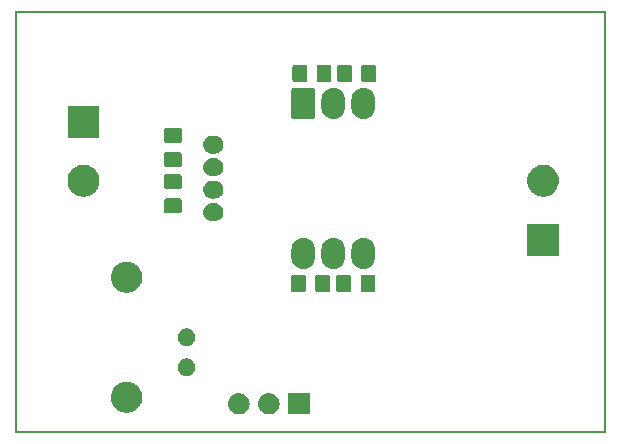
<source format=gbr>
G04 #@! TF.GenerationSoftware,KiCad,Pcbnew,(5.0.2)-1*
G04 #@! TF.CreationDate,2019-03-26T15:17:44-05:00*
G04 #@! TF.ProjectId,currentsense,63757272-656e-4747-9365-6e73652e6b69,rev?*
G04 #@! TF.SameCoordinates,Original*
G04 #@! TF.FileFunction,Soldermask,Top*
G04 #@! TF.FilePolarity,Negative*
%FSLAX46Y46*%
G04 Gerber Fmt 4.6, Leading zero omitted, Abs format (unit mm)*
G04 Created by KiCad (PCBNEW (5.0.2)-1) date 3/26/2019 3:17:44 PM*
%MOMM*%
%LPD*%
G01*
G04 APERTURE LIST*
%ADD10C,0.200000*%
%ADD11C,0.100000*%
G04 APERTURE END LIST*
D10*
X158470600Y-57480200D02*
X108597700Y-57480200D01*
X158483300Y-93091000D02*
X158483300Y-57467500D01*
X108597700Y-93091000D02*
X158483300Y-93091000D01*
X108597700Y-57467500D02*
X108597700Y-93091000D01*
D11*
G36*
X127580343Y-89783519D02*
X127646527Y-89790037D01*
X127759753Y-89824384D01*
X127816367Y-89841557D01*
X127954987Y-89915652D01*
X127972891Y-89925222D01*
X128008629Y-89954552D01*
X128110086Y-90037814D01*
X128193348Y-90139271D01*
X128222678Y-90175009D01*
X128222679Y-90175011D01*
X128306343Y-90331533D01*
X128306343Y-90331534D01*
X128357863Y-90501373D01*
X128375259Y-90678000D01*
X128357863Y-90854627D01*
X128323516Y-90967853D01*
X128306343Y-91024467D01*
X128234975Y-91157986D01*
X128222678Y-91180991D01*
X128193348Y-91216729D01*
X128110086Y-91318186D01*
X128008629Y-91401448D01*
X127972891Y-91430778D01*
X127972889Y-91430779D01*
X127816367Y-91514443D01*
X127759753Y-91531616D01*
X127646527Y-91565963D01*
X127580343Y-91572481D01*
X127514160Y-91579000D01*
X127425640Y-91579000D01*
X127359457Y-91572481D01*
X127293273Y-91565963D01*
X127180047Y-91531616D01*
X127123433Y-91514443D01*
X126966911Y-91430779D01*
X126966909Y-91430778D01*
X126931171Y-91401448D01*
X126829714Y-91318186D01*
X126746452Y-91216729D01*
X126717122Y-91180991D01*
X126704825Y-91157986D01*
X126633457Y-91024467D01*
X126616284Y-90967853D01*
X126581937Y-90854627D01*
X126564541Y-90678000D01*
X126581937Y-90501373D01*
X126633457Y-90331534D01*
X126633457Y-90331533D01*
X126717121Y-90175011D01*
X126717122Y-90175009D01*
X126746452Y-90139271D01*
X126829714Y-90037814D01*
X126931171Y-89954552D01*
X126966909Y-89925222D01*
X126984813Y-89915652D01*
X127123433Y-89841557D01*
X127180047Y-89824384D01*
X127293273Y-89790037D01*
X127359457Y-89783519D01*
X127425640Y-89777000D01*
X127514160Y-89777000D01*
X127580343Y-89783519D01*
X127580343Y-89783519D01*
G37*
G36*
X130120343Y-89783519D02*
X130186527Y-89790037D01*
X130299753Y-89824384D01*
X130356367Y-89841557D01*
X130494987Y-89915652D01*
X130512891Y-89925222D01*
X130548629Y-89954552D01*
X130650086Y-90037814D01*
X130733348Y-90139271D01*
X130762678Y-90175009D01*
X130762679Y-90175011D01*
X130846343Y-90331533D01*
X130846343Y-90331534D01*
X130897863Y-90501373D01*
X130915259Y-90678000D01*
X130897863Y-90854627D01*
X130863516Y-90967853D01*
X130846343Y-91024467D01*
X130774975Y-91157986D01*
X130762678Y-91180991D01*
X130733348Y-91216729D01*
X130650086Y-91318186D01*
X130548629Y-91401448D01*
X130512891Y-91430778D01*
X130512889Y-91430779D01*
X130356367Y-91514443D01*
X130299753Y-91531616D01*
X130186527Y-91565963D01*
X130120343Y-91572481D01*
X130054160Y-91579000D01*
X129965640Y-91579000D01*
X129899457Y-91572481D01*
X129833273Y-91565963D01*
X129720047Y-91531616D01*
X129663433Y-91514443D01*
X129506911Y-91430779D01*
X129506909Y-91430778D01*
X129471171Y-91401448D01*
X129369714Y-91318186D01*
X129286452Y-91216729D01*
X129257122Y-91180991D01*
X129244825Y-91157986D01*
X129173457Y-91024467D01*
X129156284Y-90967853D01*
X129121937Y-90854627D01*
X129104541Y-90678000D01*
X129121937Y-90501373D01*
X129173457Y-90331534D01*
X129173457Y-90331533D01*
X129257121Y-90175011D01*
X129257122Y-90175009D01*
X129286452Y-90139271D01*
X129369714Y-90037814D01*
X129471171Y-89954552D01*
X129506909Y-89925222D01*
X129524813Y-89915652D01*
X129663433Y-89841557D01*
X129720047Y-89824384D01*
X129833273Y-89790037D01*
X129899457Y-89783519D01*
X129965640Y-89777000D01*
X130054160Y-89777000D01*
X130120343Y-89783519D01*
X130120343Y-89783519D01*
G37*
G36*
X133450900Y-91579000D02*
X131648900Y-91579000D01*
X131648900Y-89777000D01*
X133450900Y-89777000D01*
X133450900Y-91579000D01*
X133450900Y-91579000D01*
G37*
G36*
X118257850Y-88844743D02*
X118342922Y-88861665D01*
X118413335Y-88890831D01*
X118583328Y-88961244D01*
X118799692Y-89105814D01*
X118983686Y-89289808D01*
X119128256Y-89506172D01*
X119227835Y-89746579D01*
X119278600Y-90001791D01*
X119278600Y-90262009D01*
X119244757Y-90432150D01*
X119230988Y-90501373D01*
X119227835Y-90517221D01*
X119128256Y-90757628D01*
X118983686Y-90973992D01*
X118799692Y-91157986D01*
X118583328Y-91302556D01*
X118413335Y-91372969D01*
X118342922Y-91402135D01*
X118257850Y-91419057D01*
X118087709Y-91452900D01*
X117827491Y-91452900D01*
X117657350Y-91419057D01*
X117572278Y-91402135D01*
X117501865Y-91372969D01*
X117331872Y-91302556D01*
X117115508Y-91157986D01*
X116931514Y-90973992D01*
X116786944Y-90757628D01*
X116687365Y-90517221D01*
X116684213Y-90501373D01*
X116670443Y-90432150D01*
X116636600Y-90262009D01*
X116636600Y-90001791D01*
X116687365Y-89746579D01*
X116786944Y-89506172D01*
X116931514Y-89289808D01*
X117115508Y-89105814D01*
X117331872Y-88961244D01*
X117501865Y-88890831D01*
X117572278Y-88861665D01*
X117657350Y-88844743D01*
X117827491Y-88810900D01*
X118087709Y-88810900D01*
X118257850Y-88844743D01*
X118257850Y-88844743D01*
G37*
G36*
X123256221Y-86871202D02*
X123392622Y-86927701D01*
X123515379Y-87009725D01*
X123619775Y-87114121D01*
X123701799Y-87236878D01*
X123758298Y-87373279D01*
X123787100Y-87518081D01*
X123787100Y-87665719D01*
X123758298Y-87810521D01*
X123701799Y-87946922D01*
X123619775Y-88069679D01*
X123515379Y-88174075D01*
X123392622Y-88256099D01*
X123256221Y-88312598D01*
X123111419Y-88341400D01*
X122963781Y-88341400D01*
X122818979Y-88312598D01*
X122682578Y-88256099D01*
X122559821Y-88174075D01*
X122455425Y-88069679D01*
X122373401Y-87946922D01*
X122316902Y-87810521D01*
X122288100Y-87665719D01*
X122288100Y-87518081D01*
X122316902Y-87373279D01*
X122373401Y-87236878D01*
X122455425Y-87114121D01*
X122559821Y-87009725D01*
X122682578Y-86927701D01*
X122818979Y-86871202D01*
X122963781Y-86842400D01*
X123111419Y-86842400D01*
X123256221Y-86871202D01*
X123256221Y-86871202D01*
G37*
G36*
X123256221Y-84331202D02*
X123392622Y-84387701D01*
X123515379Y-84469725D01*
X123619775Y-84574121D01*
X123701799Y-84696878D01*
X123758298Y-84833279D01*
X123787100Y-84978081D01*
X123787100Y-85125719D01*
X123758298Y-85270521D01*
X123701799Y-85406922D01*
X123619775Y-85529679D01*
X123515379Y-85634075D01*
X123392622Y-85716099D01*
X123256221Y-85772598D01*
X123111419Y-85801400D01*
X122963781Y-85801400D01*
X122818979Y-85772598D01*
X122682578Y-85716099D01*
X122559821Y-85634075D01*
X122455425Y-85529679D01*
X122373401Y-85406922D01*
X122316902Y-85270521D01*
X122288100Y-85125719D01*
X122288100Y-84978081D01*
X122316902Y-84833279D01*
X122373401Y-84696878D01*
X122455425Y-84574121D01*
X122559821Y-84469725D01*
X122682578Y-84387701D01*
X122818979Y-84331202D01*
X122963781Y-84302400D01*
X123111419Y-84302400D01*
X123256221Y-84331202D01*
X123256221Y-84331202D01*
G37*
G36*
X118257850Y-78684743D02*
X118342922Y-78701665D01*
X118413335Y-78730831D01*
X118583328Y-78801244D01*
X118799692Y-78945814D01*
X118983686Y-79129808D01*
X119128256Y-79346172D01*
X119227835Y-79586579D01*
X119278600Y-79841791D01*
X119278600Y-80102009D01*
X119227835Y-80357221D01*
X119128256Y-80597628D01*
X118983686Y-80813992D01*
X118799692Y-80997986D01*
X118583328Y-81142556D01*
X118422593Y-81209134D01*
X118342922Y-81242135D01*
X118257850Y-81259057D01*
X118087709Y-81292900D01*
X117827491Y-81292900D01*
X117657350Y-81259057D01*
X117572278Y-81242135D01*
X117492607Y-81209134D01*
X117331872Y-81142556D01*
X117115508Y-80997986D01*
X116931514Y-80813992D01*
X116786944Y-80597628D01*
X116687365Y-80357221D01*
X116636600Y-80102009D01*
X116636600Y-79841791D01*
X116687365Y-79586579D01*
X116786944Y-79346172D01*
X116931514Y-79129808D01*
X117115508Y-78945814D01*
X117331872Y-78801244D01*
X117501865Y-78730831D01*
X117572278Y-78701665D01*
X117657350Y-78684743D01*
X117827491Y-78650900D01*
X118087709Y-78650900D01*
X118257850Y-78684743D01*
X118257850Y-78684743D01*
G37*
G36*
X132970177Y-79746065D02*
X133007864Y-79757498D01*
X133042603Y-79776066D01*
X133073048Y-79801052D01*
X133098034Y-79831497D01*
X133116602Y-79866236D01*
X133128035Y-79903923D01*
X133132500Y-79949261D01*
X133132500Y-81035939D01*
X133128035Y-81081277D01*
X133116602Y-81118964D01*
X133098034Y-81153703D01*
X133073048Y-81184148D01*
X133042603Y-81209134D01*
X133007864Y-81227702D01*
X132970177Y-81239135D01*
X132924839Y-81243600D01*
X132088161Y-81243600D01*
X132042823Y-81239135D01*
X132005136Y-81227702D01*
X131970397Y-81209134D01*
X131939952Y-81184148D01*
X131914966Y-81153703D01*
X131896398Y-81118964D01*
X131884965Y-81081277D01*
X131880500Y-81035939D01*
X131880500Y-79949261D01*
X131884965Y-79903923D01*
X131896398Y-79866236D01*
X131914966Y-79831497D01*
X131939952Y-79801052D01*
X131970397Y-79776066D01*
X132005136Y-79757498D01*
X132042823Y-79746065D01*
X132088161Y-79741600D01*
X132924839Y-79741600D01*
X132970177Y-79746065D01*
X132970177Y-79746065D01*
G37*
G36*
X138860877Y-79746065D02*
X138898564Y-79757498D01*
X138933303Y-79776066D01*
X138963748Y-79801052D01*
X138988734Y-79831497D01*
X139007302Y-79866236D01*
X139018735Y-79903923D01*
X139023200Y-79949261D01*
X139023200Y-81035939D01*
X139018735Y-81081277D01*
X139007302Y-81118964D01*
X138988734Y-81153703D01*
X138963748Y-81184148D01*
X138933303Y-81209134D01*
X138898564Y-81227702D01*
X138860877Y-81239135D01*
X138815539Y-81243600D01*
X137978861Y-81243600D01*
X137933523Y-81239135D01*
X137895836Y-81227702D01*
X137861097Y-81209134D01*
X137830652Y-81184148D01*
X137805666Y-81153703D01*
X137787098Y-81118964D01*
X137775665Y-81081277D01*
X137771200Y-81035939D01*
X137771200Y-79949261D01*
X137775665Y-79903923D01*
X137787098Y-79866236D01*
X137805666Y-79831497D01*
X137830652Y-79801052D01*
X137861097Y-79776066D01*
X137895836Y-79757498D01*
X137933523Y-79746065D01*
X137978861Y-79741600D01*
X138815539Y-79741600D01*
X138860877Y-79746065D01*
X138860877Y-79746065D01*
G37*
G36*
X135020177Y-79746065D02*
X135057864Y-79757498D01*
X135092603Y-79776066D01*
X135123048Y-79801052D01*
X135148034Y-79831497D01*
X135166602Y-79866236D01*
X135178035Y-79903923D01*
X135182500Y-79949261D01*
X135182500Y-81035939D01*
X135178035Y-81081277D01*
X135166602Y-81118964D01*
X135148034Y-81153703D01*
X135123048Y-81184148D01*
X135092603Y-81209134D01*
X135057864Y-81227702D01*
X135020177Y-81239135D01*
X134974839Y-81243600D01*
X134138161Y-81243600D01*
X134092823Y-81239135D01*
X134055136Y-81227702D01*
X134020397Y-81209134D01*
X133989952Y-81184148D01*
X133964966Y-81153703D01*
X133946398Y-81118964D01*
X133934965Y-81081277D01*
X133930500Y-81035939D01*
X133930500Y-79949261D01*
X133934965Y-79903923D01*
X133946398Y-79866236D01*
X133964966Y-79831497D01*
X133989952Y-79801052D01*
X134020397Y-79776066D01*
X134055136Y-79757498D01*
X134092823Y-79746065D01*
X134138161Y-79741600D01*
X134974839Y-79741600D01*
X135020177Y-79746065D01*
X135020177Y-79746065D01*
G37*
G36*
X136810877Y-79746065D02*
X136848564Y-79757498D01*
X136883303Y-79776066D01*
X136913748Y-79801052D01*
X136938734Y-79831497D01*
X136957302Y-79866236D01*
X136968735Y-79903923D01*
X136973200Y-79949261D01*
X136973200Y-81035939D01*
X136968735Y-81081277D01*
X136957302Y-81118964D01*
X136938734Y-81153703D01*
X136913748Y-81184148D01*
X136883303Y-81209134D01*
X136848564Y-81227702D01*
X136810877Y-81239135D01*
X136765539Y-81243600D01*
X135928861Y-81243600D01*
X135883523Y-81239135D01*
X135845836Y-81227702D01*
X135811097Y-81209134D01*
X135780652Y-81184148D01*
X135755666Y-81153703D01*
X135737098Y-81118964D01*
X135725665Y-81081277D01*
X135721200Y-81035939D01*
X135721200Y-79949261D01*
X135725665Y-79903923D01*
X135737098Y-79866236D01*
X135755666Y-79831497D01*
X135780652Y-79801052D01*
X135811097Y-79776066D01*
X135845836Y-79757498D01*
X135883523Y-79746065D01*
X135928861Y-79741600D01*
X136765539Y-79741600D01*
X136810877Y-79746065D01*
X136810877Y-79746065D01*
G37*
G36*
X133114431Y-76666083D02*
X133303118Y-76723321D01*
X133477017Y-76816271D01*
X133629439Y-76941361D01*
X133754529Y-77093783D01*
X133847479Y-77267681D01*
X133904717Y-77456368D01*
X133919200Y-77603424D01*
X133919200Y-78301775D01*
X133904717Y-78448831D01*
X133847479Y-78637518D01*
X133754529Y-78811417D01*
X133629439Y-78963839D01*
X133477017Y-79088929D01*
X133303119Y-79181879D01*
X133114432Y-79239117D01*
X132918200Y-79258443D01*
X132721969Y-79239117D01*
X132533282Y-79181879D01*
X132359384Y-79088929D01*
X132206962Y-78963839D01*
X132081872Y-78811417D01*
X131988922Y-78637519D01*
X131931683Y-78448832D01*
X131917200Y-78301776D01*
X131917200Y-77603425D01*
X131931683Y-77456369D01*
X131988921Y-77267682D01*
X132081871Y-77093783D01*
X132206961Y-76941361D01*
X132359383Y-76816271D01*
X132533281Y-76723321D01*
X132721968Y-76666083D01*
X132918200Y-76646757D01*
X133114431Y-76666083D01*
X133114431Y-76666083D01*
G37*
G36*
X138194431Y-76666083D02*
X138383118Y-76723321D01*
X138557017Y-76816271D01*
X138709439Y-76941361D01*
X138834529Y-77093783D01*
X138927479Y-77267681D01*
X138984717Y-77456368D01*
X138999200Y-77603424D01*
X138999200Y-78301775D01*
X138984717Y-78448831D01*
X138927479Y-78637518D01*
X138834529Y-78811417D01*
X138709439Y-78963839D01*
X138557017Y-79088929D01*
X138383119Y-79181879D01*
X138194432Y-79239117D01*
X137998200Y-79258443D01*
X137801969Y-79239117D01*
X137613282Y-79181879D01*
X137439384Y-79088929D01*
X137286962Y-78963839D01*
X137161872Y-78811417D01*
X137068922Y-78637519D01*
X137011683Y-78448832D01*
X136997200Y-78301776D01*
X136997200Y-77603425D01*
X137011683Y-77456369D01*
X137068921Y-77267682D01*
X137161871Y-77093783D01*
X137286961Y-76941361D01*
X137439383Y-76816271D01*
X137613281Y-76723321D01*
X137801968Y-76666083D01*
X137998200Y-76646757D01*
X138194431Y-76666083D01*
X138194431Y-76666083D01*
G37*
G36*
X135654431Y-76666083D02*
X135843118Y-76723321D01*
X136017017Y-76816271D01*
X136169439Y-76941361D01*
X136294529Y-77093783D01*
X136387479Y-77267681D01*
X136444717Y-77456368D01*
X136459200Y-77603424D01*
X136459200Y-78301775D01*
X136444717Y-78448831D01*
X136387479Y-78637518D01*
X136294529Y-78811417D01*
X136169439Y-78963839D01*
X136017017Y-79088929D01*
X135843119Y-79181879D01*
X135654432Y-79239117D01*
X135458200Y-79258443D01*
X135261969Y-79239117D01*
X135073282Y-79181879D01*
X134899384Y-79088929D01*
X134746962Y-78963839D01*
X134621872Y-78811417D01*
X134528922Y-78637519D01*
X134471683Y-78448832D01*
X134457200Y-78301776D01*
X134457200Y-77603425D01*
X134471683Y-77456369D01*
X134528921Y-77267682D01*
X134621871Y-77093783D01*
X134746961Y-76941361D01*
X134899383Y-76816271D01*
X135073281Y-76723321D01*
X135261968Y-76666083D01*
X135458200Y-76646757D01*
X135654431Y-76666083D01*
X135654431Y-76666083D01*
G37*
G36*
X154576500Y-78147900D02*
X151874500Y-78147900D01*
X151874500Y-75445900D01*
X154576500Y-75445900D01*
X154576500Y-78147900D01*
X154576500Y-78147900D01*
G37*
G36*
X125471865Y-73712722D02*
X125545422Y-73719967D01*
X125686986Y-73762910D01*
X125817452Y-73832646D01*
X125931806Y-73926494D01*
X126025654Y-74040848D01*
X126095390Y-74171314D01*
X126138333Y-74312878D01*
X126152833Y-74460100D01*
X126138333Y-74607322D01*
X126095390Y-74748886D01*
X126025654Y-74879352D01*
X125931806Y-74993706D01*
X125817452Y-75087554D01*
X125686986Y-75157290D01*
X125545422Y-75200233D01*
X125471865Y-75207478D01*
X125435088Y-75211100D01*
X125161312Y-75211100D01*
X125124535Y-75207478D01*
X125050978Y-75200233D01*
X124909414Y-75157290D01*
X124778948Y-75087554D01*
X124664594Y-74993706D01*
X124570746Y-74879352D01*
X124501010Y-74748886D01*
X124458067Y-74607322D01*
X124443567Y-74460100D01*
X124458067Y-74312878D01*
X124501010Y-74171314D01*
X124570746Y-74040848D01*
X124664594Y-73926494D01*
X124778948Y-73832646D01*
X124909414Y-73762910D01*
X125050978Y-73719967D01*
X125124535Y-73712722D01*
X125161312Y-73709100D01*
X125435088Y-73709100D01*
X125471865Y-73712722D01*
X125471865Y-73712722D01*
G37*
G36*
X122457877Y-73301465D02*
X122495564Y-73312898D01*
X122530303Y-73331466D01*
X122560748Y-73356452D01*
X122585734Y-73386897D01*
X122604302Y-73421636D01*
X122615735Y-73459323D01*
X122620200Y-73504661D01*
X122620200Y-74341339D01*
X122615735Y-74386677D01*
X122604302Y-74424364D01*
X122585734Y-74459103D01*
X122560748Y-74489548D01*
X122530303Y-74514534D01*
X122495564Y-74533102D01*
X122457877Y-74544535D01*
X122412539Y-74549000D01*
X121325861Y-74549000D01*
X121280523Y-74544535D01*
X121242836Y-74533102D01*
X121208097Y-74514534D01*
X121177652Y-74489548D01*
X121152666Y-74459103D01*
X121134098Y-74424364D01*
X121122665Y-74386677D01*
X121118200Y-74341339D01*
X121118200Y-73504661D01*
X121122665Y-73459323D01*
X121134098Y-73421636D01*
X121152666Y-73386897D01*
X121177652Y-73356452D01*
X121208097Y-73331466D01*
X121242836Y-73312898D01*
X121280523Y-73301465D01*
X121325861Y-73297000D01*
X122412539Y-73297000D01*
X122457877Y-73301465D01*
X122457877Y-73301465D01*
G37*
G36*
X125471865Y-71807722D02*
X125545422Y-71814967D01*
X125686986Y-71857910D01*
X125817452Y-71927646D01*
X125931806Y-72021494D01*
X126025654Y-72135848D01*
X126095390Y-72266314D01*
X126138333Y-72407878D01*
X126152833Y-72555100D01*
X126138333Y-72702322D01*
X126095390Y-72843886D01*
X126025654Y-72974352D01*
X125931806Y-73088706D01*
X125817452Y-73182554D01*
X125686986Y-73252290D01*
X125545422Y-73295233D01*
X125482147Y-73301465D01*
X125435088Y-73306100D01*
X125161312Y-73306100D01*
X125114253Y-73301465D01*
X125050978Y-73295233D01*
X124909414Y-73252290D01*
X124778948Y-73182554D01*
X124664594Y-73088706D01*
X124570746Y-72974352D01*
X124501010Y-72843886D01*
X124458067Y-72702322D01*
X124443567Y-72555100D01*
X124458067Y-72407878D01*
X124501010Y-72266314D01*
X124570746Y-72135848D01*
X124664594Y-72021494D01*
X124778948Y-71927646D01*
X124909414Y-71857910D01*
X125050978Y-71814967D01*
X125124535Y-71807722D01*
X125161312Y-71804100D01*
X125435088Y-71804100D01*
X125471865Y-71807722D01*
X125471865Y-71807722D01*
G37*
G36*
X114576267Y-70476959D02*
X114706772Y-70502918D01*
X114952639Y-70604759D01*
X115166279Y-70747510D01*
X115173915Y-70752612D01*
X115362088Y-70940785D01*
X115362090Y-70940788D01*
X115509941Y-71162061D01*
X115609670Y-71402829D01*
X115611782Y-71407929D01*
X115662686Y-71663837D01*
X115663700Y-71668938D01*
X115663700Y-71935062D01*
X115611782Y-72196072D01*
X115509941Y-72441939D01*
X115365498Y-72658112D01*
X115362088Y-72663215D01*
X115173915Y-72851388D01*
X115173912Y-72851390D01*
X114952639Y-72999241D01*
X114706772Y-73101082D01*
X114576267Y-73127041D01*
X114445763Y-73153000D01*
X114179637Y-73153000D01*
X114049133Y-73127041D01*
X113918628Y-73101082D01*
X113672761Y-72999241D01*
X113451488Y-72851390D01*
X113451485Y-72851388D01*
X113263312Y-72663215D01*
X113259902Y-72658112D01*
X113115459Y-72441939D01*
X113013618Y-72196072D01*
X112961700Y-71935062D01*
X112961700Y-71668938D01*
X112962715Y-71663837D01*
X113013618Y-71407929D01*
X113015730Y-71402829D01*
X113115459Y-71162061D01*
X113263310Y-70940788D01*
X113263312Y-70940785D01*
X113451485Y-70752612D01*
X113459121Y-70747510D01*
X113672761Y-70604759D01*
X113918628Y-70502918D01*
X114049133Y-70476959D01*
X114179637Y-70451000D01*
X114445763Y-70451000D01*
X114576267Y-70476959D01*
X114576267Y-70476959D01*
G37*
G36*
X153459999Y-70466077D02*
X153619572Y-70497818D01*
X153865439Y-70599659D01*
X154085964Y-70747010D01*
X154086715Y-70747512D01*
X154274888Y-70935685D01*
X154274890Y-70935688D01*
X154422741Y-71156961D01*
X154524582Y-71402828D01*
X154547724Y-71519173D01*
X154576500Y-71663837D01*
X154576500Y-71929963D01*
X154558293Y-72021494D01*
X154524582Y-72190972D01*
X154422741Y-72436839D01*
X154275390Y-72657364D01*
X154274888Y-72658115D01*
X154086715Y-72846288D01*
X154086712Y-72846290D01*
X153865439Y-72994141D01*
X153619572Y-73095982D01*
X153489067Y-73121941D01*
X153358563Y-73147900D01*
X153092437Y-73147900D01*
X152961933Y-73121941D01*
X152831428Y-73095982D01*
X152585561Y-72994141D01*
X152364288Y-72846290D01*
X152364285Y-72846288D01*
X152176112Y-72658115D01*
X152175610Y-72657364D01*
X152028259Y-72436839D01*
X151926418Y-72190972D01*
X151892707Y-72021494D01*
X151874500Y-71929963D01*
X151874500Y-71663837D01*
X151903276Y-71519173D01*
X151926418Y-71402828D01*
X152028259Y-71156961D01*
X152176110Y-70935688D01*
X152176112Y-70935685D01*
X152364285Y-70747512D01*
X152365036Y-70747010D01*
X152585561Y-70599659D01*
X152831428Y-70497818D01*
X152991001Y-70466077D01*
X153092437Y-70445900D01*
X153358563Y-70445900D01*
X153459999Y-70466077D01*
X153459999Y-70466077D01*
G37*
G36*
X122457877Y-71251465D02*
X122495564Y-71262898D01*
X122530303Y-71281466D01*
X122560748Y-71306452D01*
X122585734Y-71336897D01*
X122604302Y-71371636D01*
X122615735Y-71409323D01*
X122620200Y-71454661D01*
X122620200Y-72291339D01*
X122615735Y-72336677D01*
X122604302Y-72374364D01*
X122585734Y-72409103D01*
X122560748Y-72439548D01*
X122530303Y-72464534D01*
X122495564Y-72483102D01*
X122457877Y-72494535D01*
X122412539Y-72499000D01*
X121325861Y-72499000D01*
X121280523Y-72494535D01*
X121242836Y-72483102D01*
X121208097Y-72464534D01*
X121177652Y-72439548D01*
X121152666Y-72409103D01*
X121134098Y-72374364D01*
X121122665Y-72336677D01*
X121118200Y-72291339D01*
X121118200Y-71454661D01*
X121122665Y-71409323D01*
X121134098Y-71371636D01*
X121152666Y-71336897D01*
X121177652Y-71306452D01*
X121208097Y-71281466D01*
X121242836Y-71262898D01*
X121280523Y-71251465D01*
X121325861Y-71247000D01*
X122412539Y-71247000D01*
X122457877Y-71251465D01*
X122457877Y-71251465D01*
G37*
G36*
X125471865Y-69902722D02*
X125545422Y-69909967D01*
X125686986Y-69952910D01*
X125817452Y-70022646D01*
X125931806Y-70116494D01*
X126025654Y-70230848D01*
X126095390Y-70361314D01*
X126138333Y-70502878D01*
X126152833Y-70650100D01*
X126138333Y-70797322D01*
X126095390Y-70938886D01*
X126025654Y-71069352D01*
X125931806Y-71183706D01*
X125817452Y-71277554D01*
X125686986Y-71347290D01*
X125545422Y-71390233D01*
X125471865Y-71397478D01*
X125435088Y-71401100D01*
X125161312Y-71401100D01*
X125124535Y-71397478D01*
X125050978Y-71390233D01*
X124909414Y-71347290D01*
X124778948Y-71277554D01*
X124664594Y-71183706D01*
X124570746Y-71069352D01*
X124501010Y-70938886D01*
X124458067Y-70797322D01*
X124443567Y-70650100D01*
X124458067Y-70502878D01*
X124501010Y-70361314D01*
X124570746Y-70230848D01*
X124664594Y-70116494D01*
X124778948Y-70022646D01*
X124909414Y-69952910D01*
X125050978Y-69909967D01*
X125124535Y-69902722D01*
X125161312Y-69899100D01*
X125435088Y-69899100D01*
X125471865Y-69902722D01*
X125471865Y-69902722D01*
G37*
G36*
X122470577Y-69380865D02*
X122508264Y-69392298D01*
X122543003Y-69410866D01*
X122573448Y-69435852D01*
X122598434Y-69466297D01*
X122617002Y-69501036D01*
X122628435Y-69538723D01*
X122632900Y-69584061D01*
X122632900Y-70420739D01*
X122628435Y-70466077D01*
X122617002Y-70503764D01*
X122598434Y-70538503D01*
X122573448Y-70568948D01*
X122543003Y-70593934D01*
X122508264Y-70612502D01*
X122470577Y-70623935D01*
X122425239Y-70628400D01*
X121338561Y-70628400D01*
X121293223Y-70623935D01*
X121255536Y-70612502D01*
X121220797Y-70593934D01*
X121190352Y-70568948D01*
X121165366Y-70538503D01*
X121146798Y-70503764D01*
X121135365Y-70466077D01*
X121130900Y-70420739D01*
X121130900Y-69584061D01*
X121135365Y-69538723D01*
X121146798Y-69501036D01*
X121165366Y-69466297D01*
X121190352Y-69435852D01*
X121220797Y-69410866D01*
X121255536Y-69392298D01*
X121293223Y-69380865D01*
X121338561Y-69376400D01*
X122425239Y-69376400D01*
X122470577Y-69380865D01*
X122470577Y-69380865D01*
G37*
G36*
X125471865Y-67997722D02*
X125545422Y-68004967D01*
X125686986Y-68047910D01*
X125817452Y-68117646D01*
X125931806Y-68211494D01*
X126025654Y-68325848D01*
X126095390Y-68456314D01*
X126138333Y-68597878D01*
X126152833Y-68745100D01*
X126138333Y-68892322D01*
X126095390Y-69033886D01*
X126025654Y-69164352D01*
X125931806Y-69278706D01*
X125817452Y-69372554D01*
X125686986Y-69442290D01*
X125545422Y-69485233D01*
X125471865Y-69492478D01*
X125435088Y-69496100D01*
X125161312Y-69496100D01*
X125124535Y-69492478D01*
X125050978Y-69485233D01*
X124909414Y-69442290D01*
X124778948Y-69372554D01*
X124664594Y-69278706D01*
X124570746Y-69164352D01*
X124501010Y-69033886D01*
X124458067Y-68892322D01*
X124443567Y-68745100D01*
X124458067Y-68597878D01*
X124501010Y-68456314D01*
X124570746Y-68325848D01*
X124664594Y-68211494D01*
X124778948Y-68117646D01*
X124909414Y-68047910D01*
X125050978Y-68004967D01*
X125124535Y-67997722D01*
X125161312Y-67994100D01*
X125435088Y-67994100D01*
X125471865Y-67997722D01*
X125471865Y-67997722D01*
G37*
G36*
X122470577Y-67330865D02*
X122508264Y-67342298D01*
X122543003Y-67360866D01*
X122573448Y-67385852D01*
X122598434Y-67416297D01*
X122617002Y-67451036D01*
X122628435Y-67488723D01*
X122632900Y-67534061D01*
X122632900Y-68370739D01*
X122628435Y-68416077D01*
X122617002Y-68453764D01*
X122598434Y-68488503D01*
X122573448Y-68518948D01*
X122543003Y-68543934D01*
X122508264Y-68562502D01*
X122470577Y-68573935D01*
X122425239Y-68578400D01*
X121338561Y-68578400D01*
X121293223Y-68573935D01*
X121255536Y-68562502D01*
X121220797Y-68543934D01*
X121190352Y-68518948D01*
X121165366Y-68488503D01*
X121146798Y-68453764D01*
X121135365Y-68416077D01*
X121130900Y-68370739D01*
X121130900Y-67534061D01*
X121135365Y-67488723D01*
X121146798Y-67451036D01*
X121165366Y-67416297D01*
X121190352Y-67385852D01*
X121220797Y-67360866D01*
X121255536Y-67342298D01*
X121293223Y-67330865D01*
X121338561Y-67326400D01*
X122425239Y-67326400D01*
X122470577Y-67330865D01*
X122470577Y-67330865D01*
G37*
G36*
X115663700Y-68153000D02*
X112961700Y-68153000D01*
X112961700Y-65451000D01*
X115663700Y-65451000D01*
X115663700Y-68153000D01*
X115663700Y-68153000D01*
G37*
G36*
X135654431Y-63966083D02*
X135843118Y-64023321D01*
X136017017Y-64116271D01*
X136169439Y-64241361D01*
X136294529Y-64393783D01*
X136387479Y-64567681D01*
X136444717Y-64756368D01*
X136459200Y-64903424D01*
X136459200Y-65601775D01*
X136444717Y-65748831D01*
X136387479Y-65937518D01*
X136294529Y-66111417D01*
X136169439Y-66263839D01*
X136017017Y-66388929D01*
X135843119Y-66481879D01*
X135654432Y-66539117D01*
X135458200Y-66558443D01*
X135261969Y-66539117D01*
X135073282Y-66481879D01*
X134899384Y-66388929D01*
X134746962Y-66263839D01*
X134621872Y-66111417D01*
X134528922Y-65937519D01*
X134471683Y-65748832D01*
X134457200Y-65601776D01*
X134457200Y-64903425D01*
X134471683Y-64756369D01*
X134528921Y-64567682D01*
X134621871Y-64393783D01*
X134746961Y-64241361D01*
X134899383Y-64116271D01*
X135073281Y-64023321D01*
X135261968Y-63966083D01*
X135458200Y-63946757D01*
X135654431Y-63966083D01*
X135654431Y-63966083D01*
G37*
G36*
X138194431Y-63966083D02*
X138383118Y-64023321D01*
X138557017Y-64116271D01*
X138709439Y-64241361D01*
X138834529Y-64393783D01*
X138927479Y-64567681D01*
X138984717Y-64756368D01*
X138999200Y-64903424D01*
X138999200Y-65601775D01*
X138984717Y-65748831D01*
X138927479Y-65937518D01*
X138834529Y-66111417D01*
X138709439Y-66263839D01*
X138557017Y-66388929D01*
X138383119Y-66481879D01*
X138194432Y-66539117D01*
X137998200Y-66558443D01*
X137801969Y-66539117D01*
X137613282Y-66481879D01*
X137439384Y-66388929D01*
X137286962Y-66263839D01*
X137161872Y-66111417D01*
X137068922Y-65937519D01*
X137011683Y-65748832D01*
X136997200Y-65601776D01*
X136997200Y-64903425D01*
X137011683Y-64756369D01*
X137068921Y-64567682D01*
X137161871Y-64393783D01*
X137286961Y-64241361D01*
X137439383Y-64116271D01*
X137613281Y-64023321D01*
X137801968Y-63966083D01*
X137998200Y-63946757D01*
X138194431Y-63966083D01*
X138194431Y-63966083D01*
G37*
G36*
X133793115Y-63955200D02*
X133822354Y-63964070D01*
X133849314Y-63978480D01*
X133872935Y-63997865D01*
X133892320Y-64021486D01*
X133906730Y-64048446D01*
X133915600Y-64077685D01*
X133919200Y-64114240D01*
X133919200Y-66390960D01*
X133915600Y-66427515D01*
X133906730Y-66456754D01*
X133892320Y-66483714D01*
X133872935Y-66507335D01*
X133849314Y-66526720D01*
X133822354Y-66541130D01*
X133793115Y-66550000D01*
X133756560Y-66553600D01*
X132079840Y-66553600D01*
X132043285Y-66550000D01*
X132014046Y-66541130D01*
X131987086Y-66526720D01*
X131963465Y-66507335D01*
X131944080Y-66483714D01*
X131929670Y-66456754D01*
X131920800Y-66427515D01*
X131917200Y-66390960D01*
X131917200Y-64114240D01*
X131920800Y-64077685D01*
X131929670Y-64048446D01*
X131944080Y-64021486D01*
X131963465Y-63997865D01*
X131987086Y-63978480D01*
X132014046Y-63964070D01*
X132043285Y-63955200D01*
X132079840Y-63951600D01*
X133756560Y-63951600D01*
X133793115Y-63955200D01*
X133793115Y-63955200D01*
G37*
G36*
X136881777Y-61966065D02*
X136919464Y-61977498D01*
X136954203Y-61996066D01*
X136984648Y-62021052D01*
X137009634Y-62051497D01*
X137028202Y-62086236D01*
X137039635Y-62123923D01*
X137044100Y-62169261D01*
X137044100Y-63255939D01*
X137039635Y-63301277D01*
X137028202Y-63338964D01*
X137009634Y-63373703D01*
X136984648Y-63404148D01*
X136954203Y-63429134D01*
X136919464Y-63447702D01*
X136881777Y-63459135D01*
X136836439Y-63463600D01*
X135999761Y-63463600D01*
X135954423Y-63459135D01*
X135916736Y-63447702D01*
X135881997Y-63429134D01*
X135851552Y-63404148D01*
X135826566Y-63373703D01*
X135807998Y-63338964D01*
X135796565Y-63301277D01*
X135792100Y-63255939D01*
X135792100Y-62169261D01*
X135796565Y-62123923D01*
X135807998Y-62086236D01*
X135826566Y-62051497D01*
X135851552Y-62021052D01*
X135881997Y-61996066D01*
X135916736Y-61977498D01*
X135954423Y-61966065D01*
X135999761Y-61961600D01*
X136836439Y-61961600D01*
X136881777Y-61966065D01*
X136881777Y-61966065D01*
G37*
G36*
X138931777Y-61966065D02*
X138969464Y-61977498D01*
X139004203Y-61996066D01*
X139034648Y-62021052D01*
X139059634Y-62051497D01*
X139078202Y-62086236D01*
X139089635Y-62123923D01*
X139094100Y-62169261D01*
X139094100Y-63255939D01*
X139089635Y-63301277D01*
X139078202Y-63338964D01*
X139059634Y-63373703D01*
X139034648Y-63404148D01*
X139004203Y-63429134D01*
X138969464Y-63447702D01*
X138931777Y-63459135D01*
X138886439Y-63463600D01*
X138049761Y-63463600D01*
X138004423Y-63459135D01*
X137966736Y-63447702D01*
X137931997Y-63429134D01*
X137901552Y-63404148D01*
X137876566Y-63373703D01*
X137857998Y-63338964D01*
X137846565Y-63301277D01*
X137842100Y-63255939D01*
X137842100Y-62169261D01*
X137846565Y-62123923D01*
X137857998Y-62086236D01*
X137876566Y-62051497D01*
X137901552Y-62021052D01*
X137931997Y-61996066D01*
X137966736Y-61977498D01*
X138004423Y-61966065D01*
X138049761Y-61961600D01*
X138886439Y-61961600D01*
X138931777Y-61966065D01*
X138931777Y-61966065D01*
G37*
G36*
X135147177Y-61966065D02*
X135184864Y-61977498D01*
X135219603Y-61996066D01*
X135250048Y-62021052D01*
X135275034Y-62051497D01*
X135293602Y-62086236D01*
X135305035Y-62123923D01*
X135309500Y-62169261D01*
X135309500Y-63255939D01*
X135305035Y-63301277D01*
X135293602Y-63338964D01*
X135275034Y-63373703D01*
X135250048Y-63404148D01*
X135219603Y-63429134D01*
X135184864Y-63447702D01*
X135147177Y-63459135D01*
X135101839Y-63463600D01*
X134265161Y-63463600D01*
X134219823Y-63459135D01*
X134182136Y-63447702D01*
X134147397Y-63429134D01*
X134116952Y-63404148D01*
X134091966Y-63373703D01*
X134073398Y-63338964D01*
X134061965Y-63301277D01*
X134057500Y-63255939D01*
X134057500Y-62169261D01*
X134061965Y-62123923D01*
X134073398Y-62086236D01*
X134091966Y-62051497D01*
X134116952Y-62021052D01*
X134147397Y-61996066D01*
X134182136Y-61977498D01*
X134219823Y-61966065D01*
X134265161Y-61961600D01*
X135101839Y-61961600D01*
X135147177Y-61966065D01*
X135147177Y-61966065D01*
G37*
G36*
X133097177Y-61966065D02*
X133134864Y-61977498D01*
X133169603Y-61996066D01*
X133200048Y-62021052D01*
X133225034Y-62051497D01*
X133243602Y-62086236D01*
X133255035Y-62123923D01*
X133259500Y-62169261D01*
X133259500Y-63255939D01*
X133255035Y-63301277D01*
X133243602Y-63338964D01*
X133225034Y-63373703D01*
X133200048Y-63404148D01*
X133169603Y-63429134D01*
X133134864Y-63447702D01*
X133097177Y-63459135D01*
X133051839Y-63463600D01*
X132215161Y-63463600D01*
X132169823Y-63459135D01*
X132132136Y-63447702D01*
X132097397Y-63429134D01*
X132066952Y-63404148D01*
X132041966Y-63373703D01*
X132023398Y-63338964D01*
X132011965Y-63301277D01*
X132007500Y-63255939D01*
X132007500Y-62169261D01*
X132011965Y-62123923D01*
X132023398Y-62086236D01*
X132041966Y-62051497D01*
X132066952Y-62021052D01*
X132097397Y-61996066D01*
X132132136Y-61977498D01*
X132169823Y-61966065D01*
X132215161Y-61961600D01*
X133051839Y-61961600D01*
X133097177Y-61966065D01*
X133097177Y-61966065D01*
G37*
M02*

</source>
